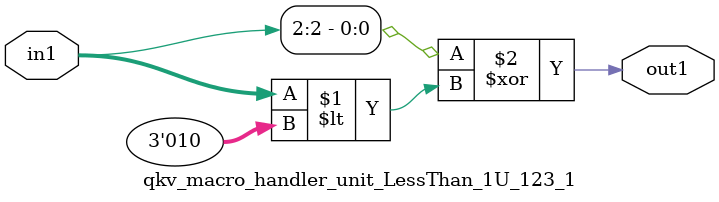
<source format=v>

`timescale 1ps / 1ps


module qkv_macro_handler_unit_LessThan_1U_123_1( in1, out1 );

    input [2:0] in1;
    output out1;

    
    // rtl_process:qkv_macro_handler_unit_LessThan_1U_123_1/qkv_macro_handler_unit_LessThan_1U_123_1_thread_1
    assign out1 = (in1[2] ^ in1 < 3'd2);

endmodule



</source>
